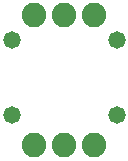
<source format=gbs>
G75*
%MOIN*%
%OFA0B0*%
%FSLAX25Y25*%
%IPPOS*%
%LPD*%
%AMOC8*
5,1,8,0,0,1.08239X$1,22.5*
%
%ADD10C,0.05800*%
%ADD11C,0.08200*%
D10*
X0008185Y0021000D03*
X0008185Y0046000D03*
X0043185Y0046000D03*
X0043185Y0021000D03*
D11*
X0015685Y0011000D03*
X0025685Y0011000D03*
X0035685Y0011000D03*
X0035685Y0054125D03*
X0025685Y0054125D03*
X0015685Y0054125D03*
M02*

</source>
